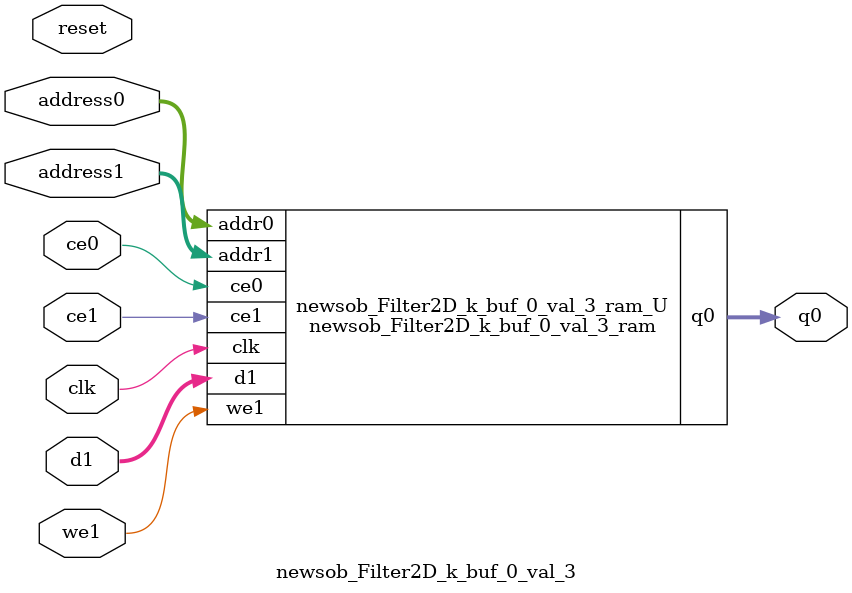
<source format=v>

`timescale 1 ns / 1 ps
module newsob_Filter2D_k_buf_0_val_3_ram (addr0, ce0, q0, addr1, ce1, d1, we1,  clk);

parameter DWIDTH = 8;
parameter AWIDTH = 10;
parameter MEM_SIZE = 1024;

input[AWIDTH-1:0] addr0;
input ce0;
output reg[DWIDTH-1:0] q0;
input[AWIDTH-1:0] addr1;
input ce1;
input[DWIDTH-1:0] d1;
input we1;
input clk;

(* ram_style = "block" *)reg [DWIDTH-1:0] ram[MEM_SIZE-1:0];




always @(posedge clk)  
begin 
    if (ce0) 
    begin
            q0 <= ram[addr0];
    end
end


always @(posedge clk)  
begin 
    if (ce1) 
    begin
        if (we1) 
        begin 
            ram[addr1] <= d1; 
        end 
    end
end


endmodule


`timescale 1 ns / 1 ps
module newsob_Filter2D_k_buf_0_val_3(
    reset,
    clk,
    address0,
    ce0,
    q0,
    address1,
    ce1,
    we1,
    d1);

parameter DataWidth = 32'd8;
parameter AddressRange = 32'd1024;
parameter AddressWidth = 32'd10;
input reset;
input clk;
input[AddressWidth - 1:0] address0;
input ce0;
output[DataWidth - 1:0] q0;
input[AddressWidth - 1:0] address1;
input ce1;
input we1;
input[DataWidth - 1:0] d1;



newsob_Filter2D_k_buf_0_val_3_ram newsob_Filter2D_k_buf_0_val_3_ram_U(
    .clk( clk ),
    .addr0( address0 ),
    .ce0( ce0 ),
    .q0( q0 ),
    .addr1( address1 ),
    .ce1( ce1 ),
    .d1( d1 ),
    .we1( we1 ));

endmodule


</source>
